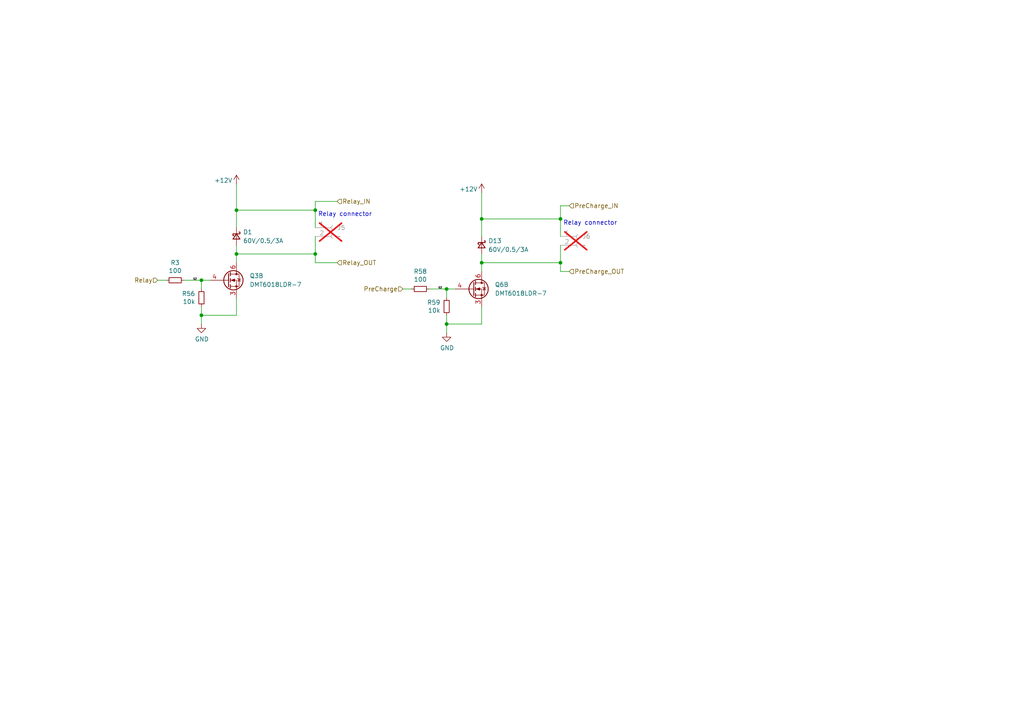
<source format=kicad_sch>
(kicad_sch (version 20231120) (generator "eeschema") (generator_version "8.0")
  (paper "A4")
  (lib_symbols
    (symbol "Connector:Conn_01x02_Socket" (pin_names (offset 1.016) hide)
      (property "Reference" "J" (at 0 2.54 0))
      (property "Value" "Conn_01x02_Socket" (at 0 -5.08 0))
      (symbol "Conn_01x02_Socket_1_1"
        (arc (start 0 -2.032) (mid -0.5058 -2.54) (end 0 -3.048) (stroke (width 0.1524)))
        (polyline (pts (xy -1.27 -2.54) (xy -0.508 -2.54)) (stroke (width 0.1524)))
        (polyline (pts (xy -1.27 0) (xy -0.508 0)) (stroke (width 0.1524)))
        (arc (start 0 0.508) (mid -0.5058 0) (end 0 -0.508) (stroke (width 0.1524)))
        (pin passive line (at -5.08 0 0) (length 3.81) (name "Pin_1") (number "1"))
        (pin passive line (at -5.08 -2.54 0) (length 3.81) (name "Pin_2") (number "2"))
      )
    )
    (symbol "Device:D_Schottky_Small" (pin_numbers hide) (pin_names (offset 0.254) hide)
      (property "Reference" "D" (at -1.27 2.032 0))
      (property "Value" "D_Schottky_Small" (at -7.112 -2.032 0))
      (symbol "D_Schottky_Small_0_1"
        (polyline (pts (xy -0.762 0) (xy 0.762 0)))
        (polyline (pts (xy 0.762 -1.016) (xy -0.762 0) (xy 0.762 1.016) (xy 0.762 -1.016)) (stroke (width 0.254)))
        (polyline (pts (xy -1.27 0.762) (xy -1.27 1.016) (xy -0.762 1.016) (xy -0.762 -1.016) (xy -0.254 -1.016) (xy -0.254 -0.762)) (stroke (width 0.254)))
      )
      (symbol "D_Schottky_Small_1_1"
        (pin passive line (at -2.54 0 0) (length 1.778) (name "K") (number "1"))
        (pin passive line (at 2.54 0 180) (length 1.778) (name "A") (number "2"))
      )
    )
    (symbol "Device:R_Small" (pin_numbers hide) (pin_names (offset 0.254) hide)
      (property "Reference" "R" (at 0.762 0.508 0))
      (property "Value" "R_Small" (at 0.762 -1.016 0))
      (symbol "R_Small_0_1"
        (rectangle (start -0.762 1.778) (end 0.762 -1.778) (stroke (width 0.2032)))
      )
      (symbol "R_Small_1_1"
        (pin passive line (at 0 2.54 270) (length 0.762) (name "~") (number "1"))
        (pin passive line (at 0 -2.54 90) (length 0.762) (name "~") (number "2"))
      )
    )
    (symbol "GND_2" (power) (pin_names (offset 0))
      (property "Value" "GND" (at 0 -3.81 0))
      (symbol "GND_2_0_1"
        (polyline (pts (xy 0 0) (xy 0 -1.27) (xy 1.27 -1.27) (xy 0 -2.54) (xy -1.27 -1.27) (xy 0 -1.27)))
      )
      (symbol "GND_2_1_1"
        (pin power_in line (at 0 0 270) (length 0) hide (name "GND") (number "1"))
      )
    )
    (symbol "Samacsys_kicad_sym:DMT6018LDR-7" (pin_names hide)
      (property "Reference" "Q" (at 2.54 2.54 0))
      (property "Value" "DMT6018LDR-7" (at 2.54 0 0))
      (symbol "DMT6018LDR-7_0_1"
        (circle (center -0.889 0) (radius 2.794) (stroke (width 0.254)))
        (circle (center 0 -1.778) (radius 0.254) (fill (type outline)))
        (polyline (pts (xy -2.286 0) (xy -5.08 0)))
        (polyline (pts (xy -2.286 1.905) (xy -2.286 -1.905)) (stroke (width 0.254)))
        (polyline (pts (xy -1.778 -1.27) (xy -1.778 -2.286)) (stroke (width 0.254)))
        (polyline (pts (xy -1.778 0.508) (xy -1.778 -0.508)) (stroke (width 0.254)))
        (polyline (pts (xy -1.778 2.286) (xy -1.778 1.27)) (stroke (width 0.254)))
        (polyline (pts (xy 0 2.54) (xy 0 1.778)))
        (polyline (pts (xy 0 -2.54) (xy 0 0) (xy -1.778 0)))
        (polyline (pts (xy -1.778 -1.778) (xy 0.762 -1.778) (xy 0.762 1.778) (xy -1.778 1.778)))
        (polyline (pts (xy -1.524 0) (xy -0.508 0.381) (xy -0.508 -0.381) (xy -1.524 0)) (fill (type outline)))
        (polyline (pts (xy 0.254 0.508) (xy 0.381 0.381) (xy 1.143 0.381) (xy 1.27 0.254)))
        (polyline (pts (xy 0.762 0.381) (xy 0.381 -0.254) (xy 1.143 -0.254) (xy 0.762 0.381)))
        (circle (center 0 1.778) (radius 0.254) (fill (type outline)))
      )
      (symbol "DMT6018LDR-7_1_1"
        (pin passive line (at -7.62 0 0) (length 2.54) (name "G1") (number "1"))
        (pin passive line (at 0 -5.08 90) (length 2.54) (name "S1") (number "2"))
        (pin passive line (at 0 5.08 270) (length 2.54) (name "D1") (number "5"))
      )
      (symbol "DMT6018LDR-7_2_1"
        (pin passive line (at 0 -5.08 90) (length 2.54) (name "S2") (number "3"))
        (pin passive line (at -7.62 0 0) (length 2.54) (name "G2") (number "4"))
        (pin passive line (at 0 5.08 270) (length 2.54) (name "D2") (number "6"))
      )
    )
    (symbol "power:+12V" (power) (pin_numbers hide) (pin_names (offset 0) hide)
      (property "Value" "+12V" (at 0 3.556 0))
      (symbol "+12V_0_1"
        (polyline (pts (xy -0.762 1.27) (xy 0 2.54)))
        (polyline (pts (xy 0 0) (xy 0 2.54)))
        (polyline (pts (xy 0 2.54) (xy 0.762 1.27)))
      )
      (symbol "+12V_1_1"
        (pin power_in line (at 0 0 90) (length 0) (name "~") (number "1"))
      )
    )
  )
  (junction (at 91.44 60.96))
  (junction (at 68.58 73.66))
  (junction (at 139.7 63.5))
  (junction (at 129.54 83.82))
  (junction (at 162.56 63.5))
  (junction (at 58.42 91.44))
  (junction (at 91.44 73.66))
  (junction (at 68.58 60.96))
  (junction (at 58.42 81.28))
  (junction (at 129.54 93.98))
  (junction (at 162.56 76.2))
  (junction (at 139.7 76.2))
  (wire (pts (xy 68.58 60.96) (xy 91.44 60.96)))
  (wire (pts (xy 139.7 76.2) (xy 162.56 76.2)))
  (wire (pts (xy 45.72 81.28) (xy 48.26 81.28)))
  (wire (pts (xy 68.58 53.34) (xy 68.58 60.96)))
  (wire (pts (xy 162.56 78.74) (xy 162.56 76.2)))
  (wire (pts (xy 91.44 66.04) (xy 91.44 60.96)))
  (wire (pts (xy 139.7 76.2) (xy 139.7 78.74)))
  (wire (pts (xy 97.79 76.2) (xy 91.44 76.2)))
  (wire (pts (xy 68.58 60.96) (xy 68.58 66.04)))
  (wire (pts (xy 129.54 93.98) (xy 129.54 96.52)))
  (wire (pts (xy 58.42 91.44) (xy 58.42 93.98)))
  (wire (pts (xy 165.1 59.69) (xy 162.56 59.69)))
  (wire (pts (xy 129.54 83.82) (xy 132.08 83.82)))
  (wire (pts (xy 58.42 88.9) (xy 58.42 91.44)))
  (wire (pts (xy 129.54 93.98) (xy 139.7 93.98)))
  (wire (pts (xy 116.84 83.82) (xy 119.38 83.82)))
  (wire (pts (xy 162.56 68.58) (xy 162.56 63.5)))
  (wire (pts (xy 129.54 83.82) (xy 129.54 86.36)))
  (wire (pts (xy 58.42 91.44) (xy 68.58 91.44)))
  (wire (pts (xy 68.58 73.66) (xy 91.44 73.66)))
  (wire (pts (xy 162.56 71.12) (xy 162.56 76.2)))
  (wire (pts (xy 68.58 86.36) (xy 68.58 91.44)))
  (wire (pts (xy 58.42 81.28) (xy 60.96 81.28)))
  (wire (pts (xy 68.58 71.12) (xy 68.58 73.66)))
  (wire (pts (xy 91.44 68.58) (xy 91.44 73.66)))
  (wire (pts (xy 124.46 83.82) (xy 129.54 83.82)))
  (wire (pts (xy 91.44 58.42) (xy 91.44 60.96)))
  (wire (pts (xy 165.1 78.74) (xy 162.56 78.74)))
  (wire (pts (xy 139.7 73.66) (xy 139.7 76.2)))
  (wire (pts (xy 53.34 81.28) (xy 58.42 81.28)))
  (wire (pts (xy 97.79 58.42) (xy 91.44 58.42)))
  (wire (pts (xy 129.54 91.44) (xy 129.54 93.98)))
  (wire (pts (xy 68.58 73.66) (xy 68.58 76.2)))
  (wire (pts (xy 58.42 81.28) (xy 58.42 83.82)))
  (wire (pts (xy 139.7 63.5) (xy 162.56 63.5)))
  (wire (pts (xy 162.56 59.69) (xy 162.56 63.5)))
  (wire (pts (xy 91.44 76.2) (xy 91.44 73.66)))
  (wire (pts (xy 139.7 88.9) (xy 139.7 93.98)))
  (wire (pts (xy 139.7 63.5) (xy 139.7 68.58)))
  (wire (pts (xy 139.7 55.88) (xy 139.7 63.5)))
  (text "Relay connector\n\n" (at 171.196 65.786 0) (effects (font (size 1.27 1.27))))
  (text "Relay connector\n\n" (at 100.076 63.246 0) (effects (font (size 1.27 1.27))))
  (label "G2" (at 57.15 81.28 180) (effects (font (size 0.508 0.508))))
  (label "G2" (at 128.27 83.82 180) (effects (font (size 0.508 0.508))))
  (hierarchical_label "PreCharge" (shape input) (at 116.84 83.82 180))
  (hierarchical_label "Relay_IN" (shape input) (at 97.79 58.42 0))
  (hierarchical_label "PreCharge_OUT" (shape input) (at 165.1 78.74 0))
  (hierarchical_label "PreCharge_IN" (shape input) (at 165.1 59.69 0))
  (hierarchical_label "Relay" (shape input) (at 45.72 81.28 180))
  (hierarchical_label "Relay_OUT" (shape input) (at 97.79 76.2 0))
  (symbol (lib_id "Samacsys_kicad_sym:DMT6018LDR-7") (at 139.7 83.82 0) (unit 2)
    (property "Reference" "Q6" (at 143.51 82.5499 0) (effects (justify left)))
    (property "Value" "DMT6018LDR-7" (at 143.51 85.0899 0) (effects (justify left)))
    (property "Footprint" "Samacsys:DMT6018LDR7" (effects (hide yes)))
    (property "Datasheet" "https://www.diodes.com/assets/Datasheets/DMT6018LDR.pdf" (effects (hide yes)))
    (property "Description" "DIODES INC. - DMT6018LDR-7 - Dual MOSFET, N Channel, 60 V, 60 V, 8.8 A, 8.8 A, 0.013 ohm" (effects (hide yes)))
    (property "Height" "0.85" (effects (hide yes)))
    (property "Mouser Part Number" "621-DMT6018LDR-7" (effects (hide yes)))
    (property "Mouser Price/Stock" "https://www.mouser.co.uk/ProductDetail/Diodes-Incorporated/DMT6018LDR-7?qs=4EhzHfbM1GhfDx1FS0oSLQ%3D%3D" (effects (hide yes)))
    (property "Manufacturer_Name" "Diodes Incorporated" (effects (hide yes)))
    (property "Manufacturer_Part_Number" "DMT6018LDR-7" (effects (hide yes)))
  )
  (symbol (lib_id "Device:D_Schottky_Small") (at 68.58 68.58 270) (unit 1)
    (property "Reference" "D1" (at 70.485 67.3099 90) (effects (justify left)))
    (property "Value" "60V/0.5/3A" (at 70.485 69.8499 90) (effects (justify left)))
    (property "Footprint" "Diode_SMD:D_SOD-123" (effects (hide yes)))
    (property "Mouser Part Number" "637-SKL36" (effects (hide yes)))
  )
  (symbol (lib_id "Device:R_Small") (at 58.42 86.36 0) (mirror x) (unit 1)
    (property "Reference" "R56" (at 56.642 85.1916 0) (effects (justify right)))
    (property "Value" "10k" (at 56.642 87.503 0) (effects (justify right)))
    (property "Footprint" "Resistor_SMD:R_0603_1608Metric" (effects (hide yes)))
    (property "Manufacturer_Name" "--" (effects (hide yes)))
    (property "Manufacturer_Part_Number" "--" (effects (hide yes)))
    (property "Mouser Part Number" "--" (effects (hide yes)))
  )
  (symbol (lib_name "GND_2") (lib_id "power:GND") (at 129.54 96.52 0) (unit 1)
    (property "Reference" "#PWR0153" (effects (hide yes)))
    (property "Value" "GND" (at 129.667 100.9142 0))
  )
  (symbol (lib_id "Samacsys_kicad_sym:DMT6018LDR-7") (at 68.58 81.28 0) (unit 2)
    (property "Reference" "Q3" (at 72.39 80.0099 0) (effects (justify left)))
    (property "Value" "DMT6018LDR-7" (at 72.39 82.5499 0) (effects (justify left)))
    (property "Footprint" "Samacsys:DMT6018LDR7" (effects (hide yes)))
    (property "Datasheet" "https://www.diodes.com/assets/Datasheets/DMT6018LDR.pdf" (effects (hide yes)))
    (property "Description" "DIODES INC. - DMT6018LDR-7 - Dual MOSFET, N Channel, 60 V, 60 V, 8.8 A, 8.8 A, 0.013 ohm" (effects (hide yes)))
    (property "Height" "0.85" (effects (hide yes)))
    (property "Mouser Part Number" "621-DMT6018LDR-7" (effects (hide yes)))
    (property "Mouser Price/Stock" "https://www.mouser.co.uk/ProductDetail/Diodes-Incorporated/DMT6018LDR-7?qs=4EhzHfbM1GhfDx1FS0oSLQ%3D%3D" (effects (hide yes)))
    (property "Manufacturer_Name" "Diodes Incorporated" (effects (hide yes)))
    (property "Manufacturer_Part_Number" "DMT6018LDR-7" (effects (hide yes)))
  )
  (symbol (lib_id "Device:R_Small") (at 129.54 88.9 0) (mirror x) (unit 1)
    (property "Reference" "R59" (at 127.762 87.7316 0) (effects (justify right)))
    (property "Value" "10k" (at 127.762 90.043 0) (effects (justify right)))
    (property "Footprint" "Resistor_SMD:R_0603_1608Metric" (effects (hide yes)))
    (property "Manufacturer_Name" "--" (effects (hide yes)))
    (property "Manufacturer_Part_Number" "--" (effects (hide yes)))
    (property "Mouser Part Number" "--" (effects (hide yes)))
  )
  (symbol (lib_id "power:+12V") (at 68.58 53.34 0) (unit 1)
    (property "Reference" "#PWR099" (effects (hide yes)))
    (property "Value" "+12V" (at 64.77 52.324 0))
    (property "Description" "Power symbol creates a global label with name \"+12V\"" (effects (hide yes)))
  )
  (symbol (lib_id "Connector:Conn_01x02_Socket") (at 167.64 68.58 0) (unit 1) (exclude_from_sim yes) (in_bom no) (on_board no) (dnp yes)
    (property "Reference" "J6" (at 168.91 68.5799 0) (effects (justify left)))
    (property "Value" "~" (at 168.91 71.1199 0) (effects (justify left)))
    (property "Footprint" "footrpint:HARWIN_M80-5000000M1-02-PM1-00-000" (effects (hide yes)))
    (property "Datasheet" "https://www.harwin.com/products/M80-5000000M1-02-PM1-00-000" (effects (hide yes)))
    (property "Description" "Generic connector, single row, 01x02, script generated" (effects (hide yes)))
  )
  (symbol (lib_id "Device:D_Schottky_Small") (at 139.7 71.12 270) (unit 1)
    (property "Reference" "D13" (at 141.605 69.8499 90) (effects (justify left)))
    (property "Value" "60V/0.5/3A" (at 141.605 72.3899 90) (effects (justify left)))
    (property "Footprint" "Diode_SMD:D_SOD-123" (effects (hide yes)))
    (property "Mouser Part Number" "637-SKL36" (effects (hide yes)))
  )
  (symbol (lib_id "power:+12V") (at 139.7 55.88 0) (unit 1)
    (property "Reference" "#PWR0154" (effects (hide yes)))
    (property "Value" "+12V" (at 135.89 54.864 0))
    (property "Description" "Power symbol creates a global label with name \"+12V\"" (effects (hide yes)))
  )
  (symbol (lib_id "Device:R_Small") (at 50.8 81.28 90) (mirror x) (unit 1)
    (property "Reference" "R3" (at 50.8 76.2 90))
    (property "Value" "100" (at 50.8 78.5114 90))
    (property "Footprint" "Resistor_SMD:R_0603_1608Metric" (effects (hide yes)))
    (property "Manufacturer_Name" "--" (effects (hide yes)))
    (property "Manufacturer_Part_Number" "--" (effects (hide yes)))
    (property "Mouser Part Number" "--" (effects (hide yes)))
  )
  (symbol (lib_id "Connector:Conn_01x02_Socket") (at 96.52 66.04 0) (unit 1) (exclude_from_sim yes) (in_bom no) (on_board no) (dnp yes)
    (property "Reference" "J5" (at 97.79 66.0399 0) (effects (justify left)))
    (property "Value" "~" (at 97.79 68.5799 0) (effects (justify left)))
    (property "Footprint" "footrpint:HARWIN_M80-5000000M1-02-PM1-00-000" (effects (hide yes)))
    (property "Datasheet" "https://www.harwin.com/products/M80-5000000M1-02-PM1-00-000" (effects (hide yes)))
    (property "Description" "Generic connector, single row, 01x02, script generated" (effects (hide yes)))
  )
  (symbol (lib_id "Device:R_Small") (at 121.92 83.82 90) (mirror x) (unit 1)
    (property "Reference" "R58" (at 121.92 78.74 90))
    (property "Value" "100" (at 121.92 81.0514 90))
    (property "Footprint" "Resistor_SMD:R_0603_1608Metric" (effects (hide yes)))
    (property "Manufacturer_Name" "--" (effects (hide yes)))
    (property "Manufacturer_Part_Number" "--" (effects (hide yes)))
    (property "Mouser Part Number" "--" (effects (hide yes)))
  )
  (symbol (lib_name "GND_2") (lib_id "power:GND") (at 58.42 93.98 0) (unit 1)
    (property "Reference" "#PWR096" (effects (hide yes)))
    (property "Value" "GND" (at 58.547 98.3742 0))
  )
)
</source>
